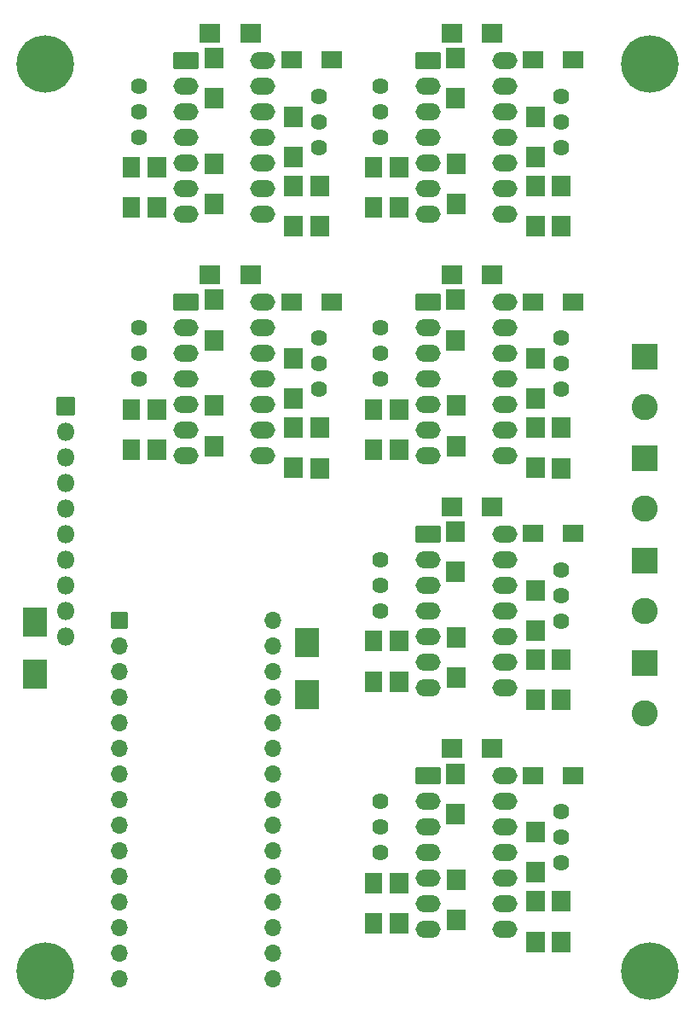
<source format=gbr>
%TF.GenerationSoftware,KiCad,Pcbnew,(6.0.4)*%
%TF.CreationDate,2023-07-24T12:45:13-04:00*%
%TF.ProjectId,BREAD_Slice,42524541-445f-4536-9c69-63652e6b6963,rev?*%
%TF.SameCoordinates,PX74eba40PY8552dc0*%
%TF.FileFunction,Soldermask,Bot*%
%TF.FilePolarity,Negative*%
%FSLAX46Y46*%
G04 Gerber Fmt 4.6, Leading zero omitted, Abs format (unit mm)*
G04 Created by KiCad (PCBNEW (6.0.4)) date 2023-07-24 12:45:13*
%MOMM*%
%LPD*%
G01*
G04 APERTURE LIST*
G04 Aperture macros list*
%AMRoundRect*
0 Rectangle with rounded corners*
0 $1 Rounding radius*
0 $2 $3 $4 $5 $6 $7 $8 $9 X,Y pos of 4 corners*
0 Add a 4 corners polygon primitive as box body*
4,1,4,$2,$3,$4,$5,$6,$7,$8,$9,$2,$3,0*
0 Add four circle primitives for the rounded corners*
1,1,$1+$1,$2,$3*
1,1,$1+$1,$4,$5*
1,1,$1+$1,$6,$7*
1,1,$1+$1,$8,$9*
0 Add four rect primitives between the rounded corners*
20,1,$1+$1,$2,$3,$4,$5,0*
20,1,$1+$1,$4,$5,$6,$7,0*
20,1,$1+$1,$6,$7,$8,$9,0*
20,1,$1+$1,$8,$9,$2,$3,0*%
G04 Aperture macros list end*
%ADD10C,5.700000*%
%ADD11RoundRect,0.050000X-0.800000X-0.800000X0.800000X-0.800000X0.800000X0.800000X-0.800000X0.800000X0*%
%ADD12O,1.700000X1.700000*%
%ADD13RoundRect,0.050000X-0.850000X-0.850000X0.850000X-0.850000X0.850000X0.850000X-0.850000X0.850000X0*%
%ADD14O,1.800000X1.800000*%
%ADD15RoundRect,0.050000X-1.250000X1.250000X-1.250000X-1.250000X1.250000X-1.250000X1.250000X1.250000X0*%
%ADD16C,2.600000*%
%ADD17C,1.624000*%
%ADD18RoundRect,0.050000X-1.200000X-0.800000X1.200000X-0.800000X1.200000X0.800000X-1.200000X0.800000X0*%
%ADD19O,2.500000X1.700000*%
%ADD20RoundRect,0.050000X1.175000X-1.385000X1.175000X1.385000X-1.175000X1.385000X-1.175000X-1.385000X0*%
%ADD21RoundRect,0.050000X-1.175000X1.385000X-1.175000X-1.385000X1.175000X-1.385000X1.175000X1.385000X0*%
%ADD22RoundRect,0.050000X-0.800000X1.000000X-0.800000X-1.000000X0.800000X-1.000000X0.800000X1.000000X0*%
%ADD23RoundRect,0.050000X-1.000000X-0.800000X1.000000X-0.800000X1.000000X0.800000X-1.000000X0.800000X0*%
%ADD24RoundRect,0.050000X0.850000X-1.000000X0.850000X1.000000X-0.850000X1.000000X-0.850000X-1.000000X0*%
%ADD25RoundRect,0.050000X-1.000000X-0.850000X1.000000X-0.850000X1.000000X0.850000X-1.000000X0.850000X0*%
%ADD26RoundRect,0.050000X-0.850000X1.000000X-0.850000X-1.000000X0.850000X-1.000000X0.850000X1.000000X0*%
G04 APERTURE END LIST*
D10*
%TO.C,H1*%
X5000000Y95000000D03*
%TD*%
%TO.C,H2*%
X65000000Y95000000D03*
%TD*%
%TO.C,H3*%
X5000000Y5000000D03*
%TD*%
%TO.C,H4*%
X65000000Y5000000D03*
%TD*%
D11*
%TO.C,A1*%
X12400000Y39800000D03*
D12*
X12400000Y37260000D03*
X12400000Y34720000D03*
X12400000Y32180000D03*
X12400000Y29640000D03*
X12400000Y27100000D03*
X12400000Y24560000D03*
X12400000Y22020000D03*
X12400000Y19480000D03*
X12400000Y16940000D03*
X12400000Y14400000D03*
X12400000Y11860000D03*
X12400000Y9320000D03*
X12400000Y6780000D03*
X12400000Y4240000D03*
X27640000Y4240000D03*
X27640000Y6780000D03*
X27640000Y9320000D03*
X27640000Y11860000D03*
X27640000Y14400000D03*
X27640000Y16940000D03*
X27640000Y19480000D03*
X27640000Y22020000D03*
X27640000Y24560000D03*
X27640000Y27100000D03*
X27640000Y29640000D03*
X27640000Y32180000D03*
X27640000Y34720000D03*
X27640000Y37260000D03*
X27640000Y39800000D03*
%TD*%
D13*
%TO.C,J1*%
X7000000Y61000000D03*
D14*
X7000000Y58460000D03*
X7000000Y55920000D03*
X7000000Y53380000D03*
X7000000Y50840000D03*
X7000000Y48300000D03*
X7000000Y45760000D03*
X7000000Y43220000D03*
X7000000Y40680000D03*
X7000000Y38140000D03*
%TD*%
D15*
%TO.C,J2*%
X64500000Y65960000D03*
D16*
X64500000Y60960000D03*
%TD*%
D15*
%TO.C,J3*%
X64500000Y55880000D03*
D16*
X64500000Y50880000D03*
%TD*%
D15*
%TO.C,J4*%
X64500000Y45720000D03*
D16*
X64500000Y40720000D03*
%TD*%
D15*
%TO.C,J5*%
X64500000Y35560000D03*
D16*
X64500000Y30560000D03*
%TD*%
D17*
%TO.C,RV1*%
X14300000Y87740000D03*
X14300000Y90280000D03*
X14300000Y92820000D03*
%TD*%
%TO.C,RV7*%
X32210000Y86700000D03*
X32210000Y89240000D03*
X32210000Y91780000D03*
%TD*%
D18*
%TO.C,U1*%
X19000000Y95360000D03*
D19*
X19000000Y92820000D03*
X19000000Y90280000D03*
X19000000Y87740000D03*
X19000000Y85200000D03*
X19000000Y82660000D03*
X19000000Y80120000D03*
X26620000Y80120000D03*
X26620000Y82660000D03*
X26620000Y85200000D03*
X26620000Y87740000D03*
X26620000Y90280000D03*
X26620000Y92820000D03*
X26620000Y95360000D03*
%TD*%
D17*
%TO.C,RV2*%
X38300000Y87740000D03*
X38300000Y90280000D03*
X38300000Y92820000D03*
%TD*%
%TO.C,RV8*%
X56210000Y86700000D03*
X56210000Y89240000D03*
X56210000Y91780000D03*
%TD*%
D18*
%TO.C,U2*%
X43000000Y95360000D03*
D19*
X43000000Y92820000D03*
X43000000Y90280000D03*
X43000000Y87740000D03*
X43000000Y85200000D03*
X43000000Y82660000D03*
X43000000Y80120000D03*
X50620000Y80120000D03*
X50620000Y82660000D03*
X50620000Y85200000D03*
X50620000Y87740000D03*
X50620000Y90280000D03*
X50620000Y92820000D03*
X50620000Y95360000D03*
%TD*%
D17*
%TO.C,RV3*%
X14300000Y63740000D03*
X14300000Y66280000D03*
X14300000Y68820000D03*
%TD*%
%TO.C,RV9*%
X32210000Y62700000D03*
X32210000Y65240000D03*
X32210000Y67780000D03*
%TD*%
D18*
%TO.C,U3*%
X19000000Y71360000D03*
D19*
X19000000Y68820000D03*
X19000000Y66280000D03*
X19000000Y63740000D03*
X19000000Y61200000D03*
X19000000Y58660000D03*
X19000000Y56120000D03*
X26620000Y56120000D03*
X26620000Y58660000D03*
X26620000Y61200000D03*
X26620000Y63740000D03*
X26620000Y66280000D03*
X26620000Y68820000D03*
X26620000Y71360000D03*
%TD*%
D17*
%TO.C,RV4*%
X38300000Y63740000D03*
X38300000Y66280000D03*
X38300000Y68820000D03*
%TD*%
%TO.C,RV10*%
X56210000Y62700000D03*
X56210000Y65240000D03*
X56210000Y67780000D03*
%TD*%
D18*
%TO.C,U4*%
X43000000Y71360000D03*
D19*
X43000000Y68820000D03*
X43000000Y66280000D03*
X43000000Y63740000D03*
X43000000Y61200000D03*
X43000000Y58660000D03*
X43000000Y56120000D03*
X50620000Y56120000D03*
X50620000Y58660000D03*
X50620000Y61200000D03*
X50620000Y63740000D03*
X50620000Y66280000D03*
X50620000Y68820000D03*
X50620000Y71360000D03*
%TD*%
D17*
%TO.C,RV5*%
X38300000Y40740000D03*
X38300000Y43280000D03*
X38300000Y45820000D03*
%TD*%
%TO.C,RV11*%
X56210000Y39700000D03*
X56210000Y42240000D03*
X56210000Y44780000D03*
%TD*%
D18*
%TO.C,U5*%
X43000000Y48360000D03*
D19*
X43000000Y45820000D03*
X43000000Y43280000D03*
X43000000Y40740000D03*
X43000000Y38200000D03*
X43000000Y35660000D03*
X43000000Y33120000D03*
X50620000Y33120000D03*
X50620000Y35660000D03*
X50620000Y38200000D03*
X50620000Y40740000D03*
X50620000Y43280000D03*
X50620000Y45820000D03*
X50620000Y48360000D03*
%TD*%
D17*
%TO.C,RV6*%
X38300000Y16740000D03*
X38300000Y19280000D03*
X38300000Y21820000D03*
%TD*%
%TO.C,RV12*%
X56210000Y15700000D03*
X56210000Y18240000D03*
X56210000Y20780000D03*
%TD*%
D18*
%TO.C,U6*%
X43000000Y24360000D03*
D19*
X43000000Y21820000D03*
X43000000Y19280000D03*
X43000000Y16740000D03*
X43000000Y14200000D03*
X43000000Y11660000D03*
X43000000Y9120000D03*
X50620000Y9120000D03*
X50620000Y11660000D03*
X50620000Y14200000D03*
X50620000Y16740000D03*
X50620000Y19280000D03*
X50620000Y21820000D03*
X50620000Y24360000D03*
%TD*%
D20*
%TO.C,C2*%
X31000000Y32430000D03*
X31000000Y37570000D03*
%TD*%
D21*
%TO.C,C1*%
X4000000Y39570000D03*
X4000000Y34430000D03*
%TD*%
D22*
%TO.C,C3*%
X13570000Y84720000D03*
X13570000Y80720000D03*
%TD*%
D23*
%TO.C,C9*%
X29440000Y95390000D03*
X33440000Y95390000D03*
%TD*%
D24*
%TO.C,R1*%
X21750000Y91570000D03*
X21750000Y95570000D03*
%TD*%
%TO.C,R7*%
X16120000Y80720000D03*
X16120000Y84720000D03*
%TD*%
D25*
%TO.C,R8*%
X21360000Y98040000D03*
X25360000Y98040000D03*
%TD*%
D24*
%TO.C,R19*%
X21790000Y81080000D03*
X21790000Y85080000D03*
%TD*%
D26*
%TO.C,R25*%
X29650000Y89770000D03*
X29650000Y85770000D03*
%TD*%
%TO.C,R31*%
X29660000Y82890000D03*
X29660000Y78890000D03*
%TD*%
D24*
%TO.C,R37*%
X32240000Y78880000D03*
X32240000Y82880000D03*
%TD*%
D22*
%TO.C,C4*%
X37570000Y84720000D03*
X37570000Y80720000D03*
%TD*%
D23*
%TO.C,C10*%
X53440000Y95390000D03*
X57440000Y95390000D03*
%TD*%
D24*
%TO.C,R2*%
X45750000Y91570000D03*
X45750000Y95570000D03*
%TD*%
%TO.C,R9*%
X40120000Y80720000D03*
X40120000Y84720000D03*
%TD*%
D25*
%TO.C,R10*%
X45360000Y98040000D03*
X49360000Y98040000D03*
%TD*%
D24*
%TO.C,R20*%
X45790000Y81080000D03*
X45790000Y85080000D03*
%TD*%
D26*
%TO.C,R26*%
X53650000Y89770000D03*
X53650000Y85770000D03*
%TD*%
%TO.C,R32*%
X53660000Y82890000D03*
X53660000Y78890000D03*
%TD*%
D24*
%TO.C,R38*%
X56240000Y78880000D03*
X56240000Y82880000D03*
%TD*%
D22*
%TO.C,C5*%
X13570000Y60720000D03*
X13570000Y56720000D03*
%TD*%
D23*
%TO.C,C12*%
X53440000Y71390000D03*
X57440000Y71390000D03*
%TD*%
D25*
%TO.C,R14*%
X45360000Y74040000D03*
X49360000Y74040000D03*
%TD*%
D24*
%TO.C,R4*%
X45750000Y67570000D03*
X45750000Y71570000D03*
%TD*%
D23*
%TO.C,C11*%
X29440000Y71390000D03*
X33440000Y71390000D03*
%TD*%
D24*
%TO.C,R3*%
X21750000Y67570000D03*
X21750000Y71570000D03*
%TD*%
%TO.C,R11*%
X16120000Y56720000D03*
X16120000Y60720000D03*
%TD*%
D25*
%TO.C,R12*%
X21360000Y74040000D03*
X25360000Y74040000D03*
%TD*%
D26*
%TO.C,R28*%
X53650000Y65770000D03*
X53650000Y61770000D03*
%TD*%
D24*
%TO.C,R21*%
X21790000Y57080000D03*
X21790000Y61080000D03*
%TD*%
D26*
%TO.C,R27*%
X29650000Y65770000D03*
X29650000Y61770000D03*
%TD*%
%TO.C,R33*%
X29660000Y58890000D03*
X29660000Y54890000D03*
%TD*%
D24*
%TO.C,R39*%
X32240000Y54880000D03*
X32240000Y58880000D03*
%TD*%
D22*
%TO.C,C6*%
X37570000Y60720000D03*
X37570000Y56720000D03*
%TD*%
D24*
%TO.C,R22*%
X45790000Y57080000D03*
X45790000Y61080000D03*
%TD*%
D26*
%TO.C,R34*%
X53660000Y58890000D03*
X53660000Y54890000D03*
%TD*%
D24*
%TO.C,R40*%
X56240000Y54880000D03*
X56240000Y58880000D03*
%TD*%
%TO.C,R13*%
X40120000Y56720000D03*
X40120000Y60720000D03*
%TD*%
D23*
%TO.C,C13*%
X53440000Y48390000D03*
X57440000Y48390000D03*
%TD*%
D25*
%TO.C,R16*%
X45360000Y51040000D03*
X49360000Y51040000D03*
%TD*%
D23*
%TO.C,C14*%
X53440000Y24390000D03*
X57440000Y24390000D03*
%TD*%
D25*
%TO.C,R18*%
X45360000Y27040000D03*
X49360000Y27040000D03*
%TD*%
D24*
%TO.C,R5*%
X45750000Y44570000D03*
X45750000Y48570000D03*
%TD*%
D26*
%TO.C,R29*%
X53650000Y42770000D03*
X53650000Y38770000D03*
%TD*%
D22*
%TO.C,C7*%
X37570000Y37720000D03*
X37570000Y33720000D03*
%TD*%
D24*
%TO.C,R23*%
X45790000Y34080000D03*
X45790000Y38080000D03*
%TD*%
%TO.C,R6*%
X45750000Y20570000D03*
X45750000Y24570000D03*
%TD*%
D26*
%TO.C,R30*%
X53650000Y18770000D03*
X53650000Y14770000D03*
%TD*%
%TO.C,R35*%
X53660000Y35890000D03*
X53660000Y31890000D03*
%TD*%
D24*
%TO.C,R41*%
X56240000Y31880000D03*
X56240000Y35880000D03*
%TD*%
%TO.C,R15*%
X40120000Y33720000D03*
X40120000Y37720000D03*
%TD*%
D22*
%TO.C,C8*%
X37570000Y13720000D03*
X37570000Y9720000D03*
%TD*%
D24*
%TO.C,R24*%
X45790000Y10080000D03*
X45790000Y14080000D03*
%TD*%
D26*
%TO.C,R36*%
X53660000Y11890000D03*
X53660000Y7890000D03*
%TD*%
D24*
%TO.C,R42*%
X56240000Y7880000D03*
X56240000Y11880000D03*
%TD*%
%TO.C,R17*%
X40120000Y9720000D03*
X40120000Y13720000D03*
%TD*%
M02*

</source>
